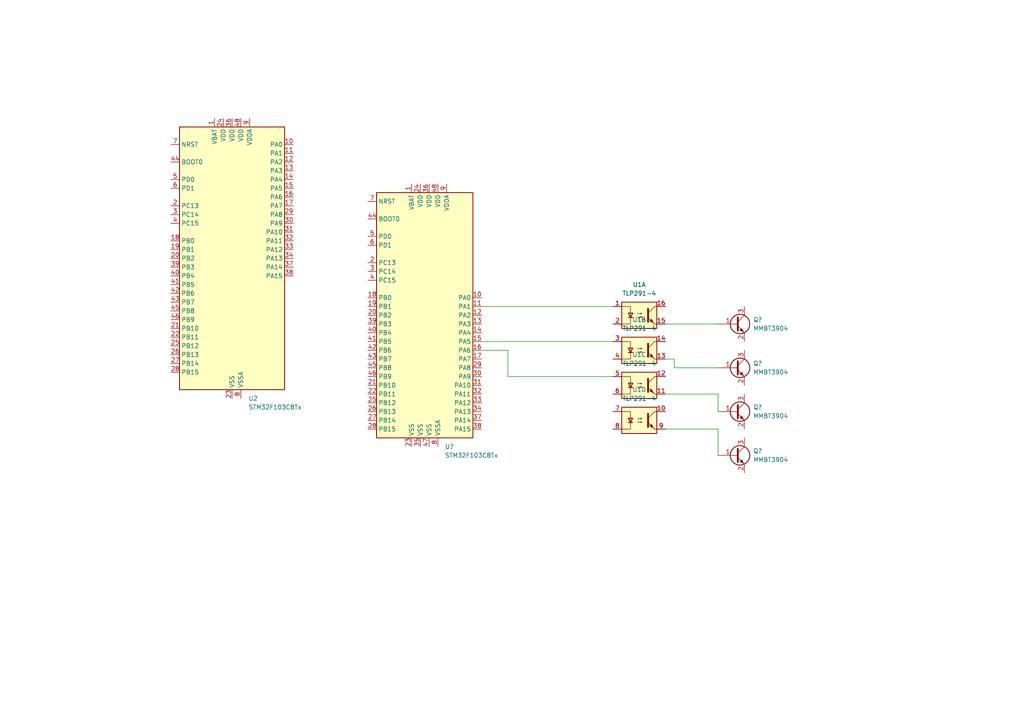
<source format=kicad_sch>
(kicad_sch (version 20231120) (generator "eeschema") (generator_version "8.0")
  (paper "A4")
  (lib_symbols
    (symbol "Isolator:TLP291-4"
      (property "Reference" "U" (at -5.08 5.08 0))
      (property "Value" "TLP291-4" (at 0 5.08 0))
      (symbol "TLP291-4_0_1"
        (rectangle (start -5.08 3.81) (end 5.08 -3.81) (stroke (width 0.254)) (fill (type background)))
        (polyline (pts (xy -3.175 -0.635) (xy -1.905 -0.635)) (stroke (width 0.254)))
        (polyline (pts (xy 2.54 0.635) (xy 4.445 2.54)))
        (polyline (pts (xy 4.445 -2.54) (xy 2.54 -0.635)) (fill (type outline)))
        (polyline (pts (xy 4.445 -2.54) (xy 5.08 -2.54)))
        (polyline (pts (xy 4.445 2.54) (xy 5.08 2.54)))
        (polyline (pts (xy -5.08 2.54) (xy -2.54 2.54) (xy -2.54 0.635)))
        (polyline (pts (xy -2.54 0.635) (xy -2.54 -2.54) (xy -5.08 -2.54)))
        (polyline (pts (xy 2.54 1.905) (xy 2.54 -1.905) (xy 2.54 -1.905)) (stroke (width 0.508)))
        (polyline (pts (xy -2.54 -0.635) (xy -3.175 0.635) (xy -1.905 0.635) (xy -2.54 -0.635)) (stroke (width 0.254)))
        (polyline (pts (xy -0.508 -0.508) (xy 0.762 -0.508) (xy 0.381 -0.635) (xy 0.381 -0.381) (xy 0.762 -0.508)))
        (polyline (pts (xy -0.508 0.508) (xy 0.762 0.508) (xy 0.381 0.381) (xy 0.381 0.635) (xy 0.762 0.508)))
        (polyline (pts (xy 3.048 -1.651) (xy 3.556 -1.143) (xy 4.064 -2.159) (xy 3.048 -1.651) (xy 3.048 -1.651)) (fill (type outline)))
      )
      (symbol "TLP291-4_1_1"
        (pin passive line (at -7.62 2.54 0) (length 2.54) (name "~") (number "1"))
        (pin passive line (at 7.62 -2.54 180) (length 2.54) (name "~") (number "15"))
        (pin passive line (at 7.62 2.54 180) (length 2.54) (name "~") (number "16"))
        (pin passive line (at -7.62 -2.54 0) (length 2.54) (name "~") (number "2"))
      )
      (symbol "TLP291-4_2_1"
        (pin passive line (at 7.62 -2.54 180) (length 2.54) (name "~") (number "13"))
        (pin passive line (at 7.62 2.54 180) (length 2.54) (name "~") (number "14"))
        (pin passive line (at -7.62 2.54 0) (length 2.54) (name "~") (number "3"))
        (pin passive line (at -7.62 -2.54 0) (length 2.54) (name "~") (number "4"))
      )
      (symbol "TLP291-4_3_1"
        (pin passive line (at 7.62 -2.54 180) (length 2.54) (name "~") (number "11"))
        (pin passive line (at 7.62 2.54 180) (length 2.54) (name "~") (number "12"))
        (pin passive line (at -7.62 2.54 0) (length 2.54) (name "~") (number "5"))
        (pin passive line (at -7.62 -2.54 0) (length 2.54) (name "~") (number "6"))
      )
      (symbol "TLP291-4_4_1"
        (pin passive line (at 7.62 2.54 180) (length 2.54) (name "~") (number "10"))
        (pin passive line (at -7.62 2.54 0) (length 2.54) (name "~") (number "7"))
        (pin passive line (at -7.62 -2.54 0) (length 2.54) (name "~") (number "8"))
        (pin passive line (at 7.62 -2.54 180) (length 2.54) (name "~") (number "9"))
      )
    )
    (symbol "MCU_ST_STM32F1:STM32F103C8Tx"
      (property "Reference" "U" (at -15.24 36.83 0))
      (property "Value" "STM32F103C8Tx" (at 7.62 36.83 0))
      (symbol "STM32F103C8Tx_0_1"
        (rectangle (start -15.24 -35.56) (end 12.7 35.56) (stroke (width 0.254)) (fill (type background)))
      )
      (symbol "STM32F103C8Tx_1_1"
        (pin power_in line (at -5.08 38.1 270) (length 2.54) (name "VBAT") (number "1"))
        (pin bidirectional line (at 15.24 5.08 180) (length 2.54) (name "PA0") (number "10"))
        (pin bidirectional line (at 15.24 2.54 180) (length 2.54) (name "PA1") (number "11"))
        (pin bidirectional line (at 15.24 0 180) (length 2.54) (name "PA2") (number "12"))
        (pin bidirectional line (at 15.24 -2.54 180) (length 2.54) (name "PA3") (number "13"))
        (pin bidirectional line (at 15.24 -5.08 180) (length 2.54) (name "PA4") (number "14"))
        (pin bidirectional line (at 15.24 -7.62 180) (length 2.54) (name "PA5") (number "15"))
        (pin bidirectional line (at 15.24 -10.16 180) (length 2.54) (name "PA6") (number "16"))
        (pin bidirectional line (at 15.24 -12.7 180) (length 2.54) (name "PA7") (number "17"))
        (pin bidirectional line (at -17.78 5.08 0) (length 2.54) (name "PB0") (number "18"))
        (pin bidirectional line (at -17.78 2.54 0) (length 2.54) (name "PB1") (number "19"))
        (pin bidirectional line (at -17.78 15.24 0) (length 2.54) (name "PC13") (number "2"))
        (pin bidirectional line (at -17.78 0 0) (length 2.54) (name "PB2") (number "20"))
        (pin bidirectional line (at -17.78 -20.32 0) (length 2.54) (name "PB10") (number "21"))
        (pin bidirectional line (at -17.78 -22.86 0) (length 2.54) (name "PB11") (number "22"))
        (pin power_in line (at -5.08 -38.1 90) (length 2.54) (name "VSS") (number "23"))
        (pin power_in line (at -2.54 38.1 270) (length 2.54) (name "VDD") (number "24"))
        (pin bidirectional line (at -17.78 -25.4 0) (length 2.54) (name "PB12") (number "25"))
        (pin bidirectional line (at -17.78 -27.94 0) (length 2.54) (name "PB13") (number "26"))
        (pin bidirectional line (at -17.78 -30.48 0) (length 2.54) (name "PB14") (number "27"))
        (pin bidirectional line (at -17.78 -33.02 0) (length 2.54) (name "PB15") (number "28"))
        (pin bidirectional line (at 15.24 -15.24 180) (length 2.54) (name "PA8") (number "29"))
        (pin bidirectional line (at -17.78 12.7 0) (length 2.54) (name "PC14") (number "3"))
        (pin bidirectional line (at 15.24 -17.78 180) (length 2.54) (name "PA9") (number "30"))
        (pin bidirectional line (at 15.24 -20.32 180) (length 2.54) (name "PA10") (number "31"))
        (pin bidirectional line (at 15.24 -22.86 180) (length 2.54) (name "PA11") (number "32"))
        (pin bidirectional line (at 15.24 -25.4 180) (length 2.54) (name "PA12") (number "33"))
        (pin bidirectional line (at 15.24 -27.94 180) (length 2.54) (name "PA13") (number "34"))
        (pin power_in line (at -2.54 -38.1 90) (length 2.54) (name "VSS") (number "35"))
        (pin power_in line (at 0 38.1 270) (length 2.54) (name "VDD") (number "36"))
        (pin bidirectional line (at 15.24 -30.48 180) (length 2.54) (name "PA14") (number "37"))
        (pin bidirectional line (at 15.24 -33.02 180) (length 2.54) (name "PA15") (number "38"))
        (pin bidirectional line (at -17.78 -2.54 0) (length 2.54) (name "PB3") (number "39"))
        (pin bidirectional line (at -17.78 10.16 0) (length 2.54) (name "PC15") (number "4"))
        (pin bidirectional line (at -17.78 -5.08 0) (length 2.54) (name "PB4") (number "40"))
        (pin bidirectional line (at -17.78 -7.62 0) (length 2.54) (name "PB5") (number "41"))
        (pin bidirectional line (at -17.78 -10.16 0) (length 2.54) (name "PB6") (number "42"))
        (pin bidirectional line (at -17.78 -12.7 0) (length 2.54) (name "PB7") (number "43"))
        (pin input line (at -17.78 27.94 0) (length 2.54) (name "BOOT0") (number "44"))
        (pin bidirectional line (at -17.78 -15.24 0) (length 2.54) (name "PB8") (number "45"))
        (pin bidirectional line (at -17.78 -17.78 0) (length 2.54) (name "PB9") (number "46"))
        (pin power_in line (at 0 -38.1 90) (length 2.54) (name "VSS") (number "47"))
        (pin power_in line (at 2.54 38.1 270) (length 2.54) (name "VDD") (number "48"))
        (pin input line (at -17.78 22.86 0) (length 2.54) (name "PD0") (number "5"))
        (pin input line (at -17.78 20.32 0) (length 2.54) (name "PD1") (number "6"))
        (pin input line (at -17.78 33.02 0) (length 2.54) (name "NRST") (number "7"))
        (pin power_in line (at 2.54 -38.1 90) (length 2.54) (name "VSSA") (number "8"))
        (pin power_in line (at 5.08 38.1 270) (length 2.54) (name "VDDA") (number "9"))
      )
    )
    (symbol "STM32F103C8Tx_1"
      (property "Reference" "U" (at -15.24 39.37 0))
      (property "Value" "STM32F103C8Tx" (at 7.62 39.37 0))
      (symbol "STM32F103C8Tx_1_0_1"
        (rectangle (start -15.24 -38.1) (end 15.24 38.1) (stroke (width 0.254)) (fill (type background)))
      )
      (symbol "STM32F103C8Tx_1_1_1"
        (pin power_in line (at -5.08 40.64 270) (length 2.54) (name "VBAT") (number "1"))
        (pin bidirectional line (at 17.78 33.02 180) (length 2.54) (name "PA0") (number "10"))
        (pin bidirectional line (at 17.78 30.48 180) (length 2.54) (name "PA1") (number "11"))
        (pin bidirectional line (at 17.78 27.94 180) (length 2.54) (name "PA2") (number "12"))
        (pin bidirectional line (at 17.78 25.4 180) (length 2.54) (name "PA3") (number "13"))
        (pin bidirectional line (at 17.78 22.86 180) (length 2.54) (name "PA4") (number "14"))
        (pin bidirectional line (at 17.78 20.32 180) (length 2.54) (name "PA5") (number "15"))
        (pin bidirectional line (at 17.78 17.78 180) (length 2.54) (name "PA6") (number "16"))
        (pin bidirectional line (at 17.78 15.24 180) (length 2.54) (name "PA7") (number "17"))
        (pin bidirectional line (at -17.78 5.08 0) (length 2.54) (name "PB0") (number "18"))
        (pin bidirectional line (at -17.78 2.54 0) (length 2.54) (name "PB1") (number "19"))
        (pin bidirectional line (at -17.78 15.24 0) (length 2.54) (name "PC13") (number "2"))
        (pin bidirectional line (at -17.78 0 0) (length 2.54) (name "PB2") (number "20"))
        (pin bidirectional line (at -17.78 -20.32 0) (length 2.54) (name "PB10") (number "21"))
        (pin bidirectional line (at -17.78 -22.86 0) (length 2.54) (name "PB11") (number "22"))
        (pin power_in line (at 0 -40.64 90) (length 2.54) (name "VSS") (number "23"))
        (pin power_in line (at -2.54 40.64 270) (length 2.54) (name "VDD") (number "24"))
        (pin bidirectional line (at -17.78 -25.4 0) (length 2.54) (name "PB12") (number "25"))
        (pin bidirectional line (at -17.78 -27.94 0) (length 2.54) (name "PB13") (number "26"))
        (pin bidirectional line (at -17.78 -30.48 0) (length 2.54) (name "PB14") (number "27"))
        (pin bidirectional line (at -17.78 -33.02 0) (length 2.54) (name "PB15") (number "28"))
        (pin bidirectional line (at 17.78 12.7 180) (length 2.54) (name "PA8") (number "29"))
        (pin bidirectional line (at -17.78 12.7 0) (length 2.54) (name "PC14") (number "3"))
        (pin bidirectional line (at 17.78 10.16 180) (length 2.54) (name "PA9") (number "30"))
        (pin bidirectional line (at 17.78 7.62 180) (length 2.54) (name "PA10") (number "31"))
        (pin bidirectional line (at 17.78 5.08 180) (length 2.54) (name "PA11") (number "32"))
        (pin bidirectional line (at 17.78 2.54 180) (length 2.54) (name "PA12") (number "33"))
        (pin bidirectional line (at 17.78 0 180) (length 2.54) (name "PA13") (number "34"))
        (pin passive line (at 0 -40.64 90) (length 2.54) hide (name "VSS") (number "35"))
        (pin power_in line (at 0 40.64 270) (length 2.54) (name "VDD") (number "36"))
        (pin bidirectional line (at 17.78 -2.54 180) (length 2.54) (name "PA14") (number "37"))
        (pin bidirectional line (at 17.78 -5.08 180) (length 2.54) (name "PA15") (number "38"))
        (pin bidirectional line (at -17.78 -2.54 0) (length 2.54) (name "PB3") (number "39"))
        (pin bidirectional line (at -17.78 10.16 0) (length 2.54) (name "PC15") (number "4"))
        (pin bidirectional line (at -17.78 -5.08 0) (length 2.54) (name "PB4") (number "40"))
        (pin bidirectional line (at -17.78 -7.62 0) (length 2.54) (name "PB5") (number "41"))
        (pin bidirectional line (at -17.78 -10.16 0) (length 2.54) (name "PB6") (number "42"))
        (pin bidirectional line (at -17.78 -12.7 0) (length 2.54) (name "PB7") (number "43"))
        (pin input line (at -17.78 27.94 0) (length 2.54) (name "BOOT0") (number "44"))
        (pin bidirectional line (at -17.78 -15.24 0) (length 2.54) (name "PB8") (number "45"))
        (pin bidirectional line (at -17.78 -17.78 0) (length 2.54) (name "PB9") (number "46"))
        (pin passive line (at 0 -40.64 90) (length 2.54) hide (name "VSS") (number "47"))
        (pin power_in line (at 2.54 40.64 270) (length 2.54) (name "VDD") (number "48"))
        (pin bidirectional line (at -17.78 22.86 0) (length 2.54) (name "PD0") (number "5"))
        (pin bidirectional line (at -17.78 20.32 0) (length 2.54) (name "PD1") (number "6"))
        (pin input line (at -17.78 33.02 0) (length 2.54) (name "NRST") (number "7"))
        (pin power_in line (at 2.54 -40.64 90) (length 2.54) (name "VSSA") (number "8"))
        (pin power_in line (at 5.08 40.64 270) (length 2.54) (name "VDDA") (number "9"))
      )
    )
    (symbol "Transistor_BJT:MMBT3904" (pin_names (offset 0) hide)
      (property "Reference" "Q" (at 5.08 1.905 0))
      (property "Value" "MMBT3904" (at 5.08 0 0))
      (symbol "MMBT3904_0_1"
        (polyline (pts (xy 0.635 0.635) (xy 2.54 2.54)))
        (polyline (pts (xy 0.635 -0.635) (xy 2.54 -2.54) (xy 2.54 -2.54)))
        (polyline (pts (xy 0.635 1.905) (xy 0.635 -1.905) (xy 0.635 -1.905)) (stroke (width 0.508)))
        (polyline (pts (xy 1.27 -1.778) (xy 1.778 -1.27) (xy 2.286 -2.286) (xy 1.27 -1.778) (xy 1.27 -1.778)) (fill (type outline)))
        (circle (center 1.27 0) (radius 2.8194) (stroke (width 0.254)))
      )
      (symbol "MMBT3904_1_1"
        (pin input line (at -5.08 0 0) (length 5.715) (name "B") (number "1"))
        (pin passive line (at 2.54 -5.08 90) (length 2.54) (name "E") (number "2"))
        (pin passive line (at 2.54 5.08 270) (length 2.54) (name "C") (number "3"))
      )
    )
  )
  (wire (pts (xy 193.04 93.98) (xy 208.28 93.98)))
  (wire (pts (xy 193.04 124.46) (xy 208.28 124.46)))
  (wire (pts (xy 139.7 88.9) (xy 177.8 88.9)))
  (wire (pts (xy 177.8 109.22) (xy 147.32 109.22)))
  (wire (pts (xy 147.32 109.22) (xy 147.32 101.6)))
  (wire (pts (xy 208.28 124.46) (xy 208.28 132.08)))
  (wire (pts (xy 193.04 114.3) (xy 208.28 114.3)))
  (wire (pts (xy 139.7 99.06) (xy 177.8 99.06)))
  (wire (pts (xy 208.28 114.3) (xy 208.28 119.38)))
  (wire (pts (xy 208.28 106.68) (xy 195.58 106.68)))
  (wire (pts (xy 147.32 101.6) (xy 139.7 101.6)))
  (wire (pts (xy 195.58 106.68) (xy 195.58 104.14)))
  (wire (pts (xy 195.58 104.14) (xy 193.04 104.14)))
  (symbol (lib_id "Isolator:TLP291-4") (at 185.42 101.6 0) (unit 2)
    (property "Reference" "U1" (at 185.42 92.71 0))
    (property "Value" "TLP291-4" (at 185.42 95.25 0))
    (property "Footprint" "Package_SO:SOIC-16_4.55x10.3mm_P1.27mm" (effects (hide yes)))
    (property "Datasheet" "https://toshiba.semicon-storage.com/info/docget.jsp?did=12858&prodName=TLP291-4" (effects (hide yes)))
  )
  (symbol (lib_id "Isolator:TLP291-4") (at 185.42 121.92 0) (unit 4)
    (property "Reference" "U1" (at 185.42 113.03 0))
    (property "Value" "TLP291-4" (at 185.42 115.57 0))
    (property "Footprint" "Package_SO:SOIC-16_4.55x10.3mm_P1.27mm" (effects (hide yes)))
    (property "Datasheet" "https://toshiba.semicon-storage.com/info/docget.jsp?did=12858&prodName=TLP291-4" (effects (hide yes)))
  )
  (symbol (lib_id "Isolator:TLP291-4") (at 185.42 111.76 0) (unit 3)
    (property "Reference" "U1" (at 185.42 102.87 0))
    (property "Value" "TLP291-4" (at 185.42 105.41 0))
    (property "Footprint" "Package_SO:SOIC-16_4.55x10.3mm_P1.27mm" (effects (hide yes)))
    (property "Datasheet" "https://toshiba.semicon-storage.com/info/docget.jsp?did=12858&prodName=TLP291-4" (effects (hide yes)))
  )
  (symbol (lib_name "STM32F103C8Tx_1") (lib_id "MCU_ST_STM32F1:STM32F103C8Tx") (at 67.31 74.93 0) (unit 1)
    (property "Reference" "U2" (at 72.0441 115.57 0) (effects (justify left)))
    (property "Value" "STM32F103C8Tx" (at 72.0441 118.11 0) (effects (justify left)))
    (property "Footprint" "Package_QFP:LQFP-48_7x7mm_P0.5mm" (effects (hide yes)))
    (property "Datasheet" "https://www.st.com/resource/en/datasheet/stm32f103c8.pdf" (effects (hide yes)))
    (property "Description" "STMicroelectronics Arm Cortex-M3 MCU, 64KB flash, 20KB RAM, 72 MHz, 2.0-3.6V, 37 GPIO, LQFP48" (effects (hide yes)))
  )
  (symbol (lib_id "Transistor_BJT:MMBT3904") (at 213.36 132.08 0) (unit 1)
    (property "Reference" "Q?" (at 218.44 130.8099 0) (effects (justify left)))
    (property "Value" "MMBT3904" (at 218.44 133.3499 0) (effects (justify left)))
    (property "Footprint" "Package_TO_SOT_SMD:SOT-23" (effects (hide yes)))
    (property "Datasheet" "https://www.onsemi.com/pub/Collateral/2N3903-D.PDF" (effects (hide yes)))
  )
  (symbol (lib_id "Transistor_BJT:MMBT3904") (at 213.36 93.98 0) (unit 1)
    (property "Reference" "Q?" (at 218.44 92.7099 0) (effects (justify left)))
    (property "Value" "MMBT3904" (at 218.44 95.2499 0) (effects (justify left)))
    (property "Footprint" "Package_TO_SOT_SMD:SOT-23" (effects (hide yes)))
    (property "Datasheet" "https://www.onsemi.com/pub/Collateral/2N3903-D.PDF" (effects (hide yes)))
  )
  (symbol (lib_id "Isolator:TLP291-4") (at 185.42 91.44 0) (unit 1)
    (property "Reference" "U1" (at 185.42 82.55 0))
    (property "Value" "TLP291-4" (at 185.42 85.09 0))
    (property "Footprint" "Package_SO:SOIC-16_4.55x10.3mm_P1.27mm" (effects (hide yes)))
    (property "Datasheet" "https://toshiba.semicon-storage.com/info/docget.jsp?did=12858&prodName=TLP291-4" (effects (hide yes)))
  )
  (symbol (lib_id "Transistor_BJT:MMBT3904") (at 213.36 119.38 0) (unit 1)
    (property "Reference" "Q?" (at 218.44 118.1099 0) (effects (justify left)))
    (property "Value" "MMBT3904" (at 218.44 120.6499 0) (effects (justify left)))
    (property "Footprint" "Package_TO_SOT_SMD:SOT-23" (effects (hide yes)))
    (property "Datasheet" "https://www.onsemi.com/pub/Collateral/2N3903-D.PDF" (effects (hide yes)))
  )
  (symbol (lib_id "MCU_ST_STM32F1:STM32F103C8Tx") (at 124.46 91.44 0) (unit 1)
    (property "Reference" "U?" (at 129.0194 129.54 0) (effects (justify left)))
    (property "Value" "STM32F103C8Tx" (at 129.0194 132.08 0) (effects (justify left)))
    (property "Footprint" "Package_QFP:LQFP-48_7x7mm_P0.5mm" (effects (hide yes)))
    (property "Datasheet" "http://www.st.com/st-web-ui/static/active/en/resource/technical/document/datasheet/CD00161566.pdf" (effects (hide yes)))
  )
  (symbol (lib_id "Transistor_BJT:MMBT3904") (at 213.36 106.68 0) (unit 1)
    (property "Reference" "Q?" (at 218.44 105.4099 0) (effects (justify left)))
    (property "Value" "MMBT3904" (at 218.44 107.9499 0) (effects (justify left)))
    (property "Footprint" "Package_TO_SOT_SMD:SOT-23" (effects (hide yes)))
    (property "Datasheet" "https://www.onsemi.com/pub/Collateral/2N3903-D.PDF" (effects (hide yes)))
  )
)
</source>
